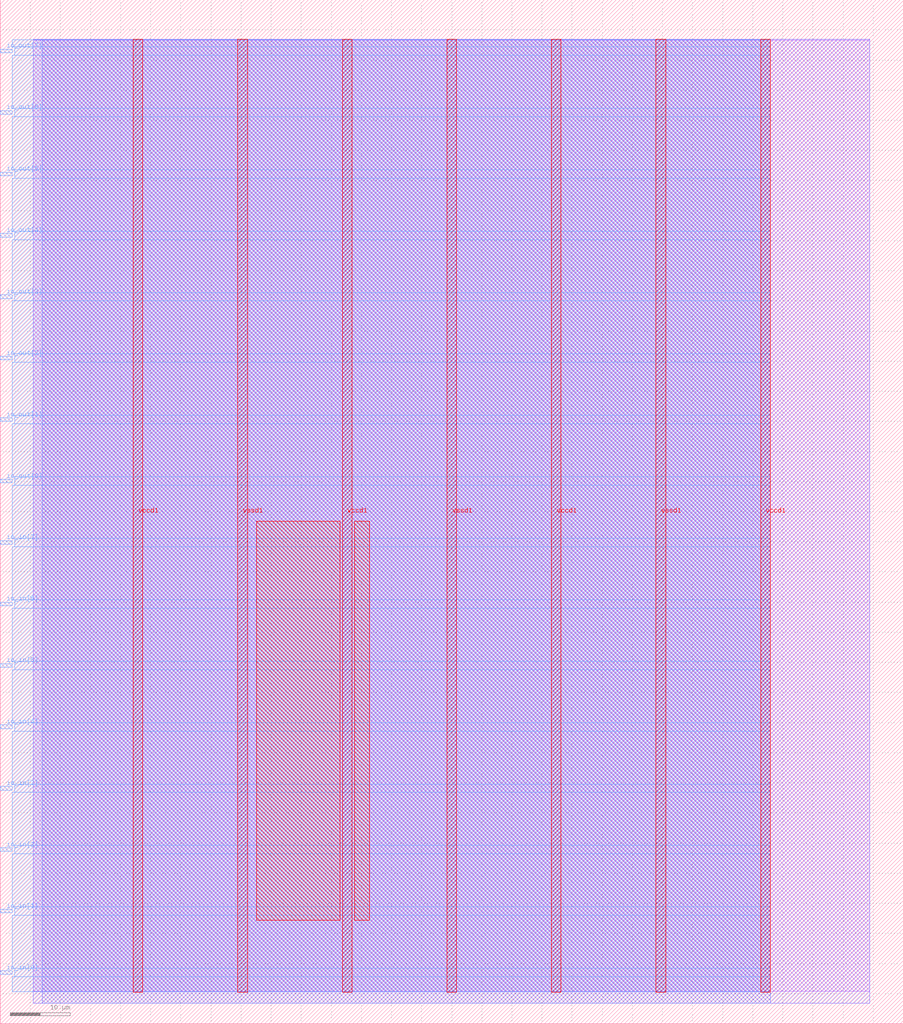
<source format=lef>
VERSION 5.7 ;
  NOWIREEXTENSIONATPIN ON ;
  DIVIDERCHAR "/" ;
  BUSBITCHARS "[]" ;
MACRO xor_shift32_evango
  CLASS BLOCK ;
  FOREIGN xor_shift32_evango ;
  ORIGIN 0.000 0.000 ;
  SIZE 150.000 BY 170.000 ;
  PIN io_in[0]
    DIRECTION INPUT ;
    USE SIGNAL ;
    PORT
      LAYER met3 ;
        RECT 0.000 8.200 2.000 8.800 ;
    END
  END io_in[0]
  PIN io_in[1]
    DIRECTION INPUT ;
    USE SIGNAL ;
    PORT
      LAYER met3 ;
        RECT 0.000 18.400 2.000 19.000 ;
    END
  END io_in[1]
  PIN io_in[2]
    DIRECTION INPUT ;
    USE SIGNAL ;
    PORT
      LAYER met3 ;
        RECT 0.000 28.600 2.000 29.200 ;
    END
  END io_in[2]
  PIN io_in[3]
    DIRECTION INPUT ;
    USE SIGNAL ;
    PORT
      LAYER met3 ;
        RECT 0.000 38.800 2.000 39.400 ;
    END
  END io_in[3]
  PIN io_in[4]
    DIRECTION INPUT ;
    USE SIGNAL ;
    PORT
      LAYER met3 ;
        RECT 0.000 49.000 2.000 49.600 ;
    END
  END io_in[4]
  PIN io_in[5]
    DIRECTION INPUT ;
    USE SIGNAL ;
    PORT
      LAYER met3 ;
        RECT 0.000 59.200 2.000 59.800 ;
    END
  END io_in[5]
  PIN io_in[6]
    DIRECTION INPUT ;
    USE SIGNAL ;
    PORT
      LAYER met3 ;
        RECT 0.000 69.400 2.000 70.000 ;
    END
  END io_in[6]
  PIN io_in[7]
    DIRECTION INPUT ;
    USE SIGNAL ;
    PORT
      LAYER met3 ;
        RECT 0.000 79.600 2.000 80.200 ;
    END
  END io_in[7]
  PIN io_out[0]
    DIRECTION OUTPUT TRISTATE ;
    USE SIGNAL ;
    PORT
      LAYER met3 ;
        RECT 0.000 89.800 2.000 90.400 ;
    END
  END io_out[0]
  PIN io_out[1]
    DIRECTION OUTPUT TRISTATE ;
    USE SIGNAL ;
    PORT
      LAYER met3 ;
        RECT 0.000 100.000 2.000 100.600 ;
    END
  END io_out[1]
  PIN io_out[2]
    DIRECTION OUTPUT TRISTATE ;
    USE SIGNAL ;
    PORT
      LAYER met3 ;
        RECT 0.000 110.200 2.000 110.800 ;
    END
  END io_out[2]
  PIN io_out[3]
    DIRECTION OUTPUT TRISTATE ;
    USE SIGNAL ;
    PORT
      LAYER met3 ;
        RECT 0.000 120.400 2.000 121.000 ;
    END
  END io_out[3]
  PIN io_out[4]
    DIRECTION OUTPUT TRISTATE ;
    USE SIGNAL ;
    PORT
      LAYER met3 ;
        RECT 0.000 130.600 2.000 131.200 ;
    END
  END io_out[4]
  PIN io_out[5]
    DIRECTION OUTPUT TRISTATE ;
    USE SIGNAL ;
    PORT
      LAYER met3 ;
        RECT 0.000 140.800 2.000 141.400 ;
    END
  END io_out[5]
  PIN io_out[6]
    DIRECTION OUTPUT TRISTATE ;
    USE SIGNAL ;
    PORT
      LAYER met3 ;
        RECT 0.000 151.000 2.000 151.600 ;
    END
  END io_out[6]
  PIN io_out[7]
    DIRECTION OUTPUT TRISTATE ;
    USE SIGNAL ;
    PORT
      LAYER met3 ;
        RECT 0.000 161.200 2.000 161.800 ;
    END
  END io_out[7]
  PIN vccd1
    DIRECTION INOUT ;
    USE POWER ;
    PORT
      LAYER met4 ;
        RECT 22.090 5.200 23.690 163.440 ;
    END
    PORT
      LAYER met4 ;
        RECT 56.830 5.200 58.430 163.440 ;
    END
    PORT
      LAYER met4 ;
        RECT 91.570 5.200 93.170 163.440 ;
    END
    PORT
      LAYER met4 ;
        RECT 126.310 5.200 127.910 163.440 ;
    END
  END vccd1
  PIN vssd1
    DIRECTION INOUT ;
    USE GROUND ;
    PORT
      LAYER met4 ;
        RECT 39.460 5.200 41.060 163.440 ;
    END
    PORT
      LAYER met4 ;
        RECT 74.200 5.200 75.800 163.440 ;
    END
    PORT
      LAYER met4 ;
        RECT 108.940 5.200 110.540 163.440 ;
    END
  END vssd1
  OBS
      LAYER li1 ;
        RECT 5.520 5.355 144.440 163.285 ;
      LAYER met1 ;
        RECT 5.520 3.440 144.440 163.440 ;
      LAYER met2 ;
        RECT 6.990 3.410 127.880 163.385 ;
      LAYER met3 ;
        RECT 2.000 162.200 127.900 163.365 ;
        RECT 2.400 160.800 127.900 162.200 ;
        RECT 2.000 152.000 127.900 160.800 ;
        RECT 2.400 150.600 127.900 152.000 ;
        RECT 2.000 141.800 127.900 150.600 ;
        RECT 2.400 140.400 127.900 141.800 ;
        RECT 2.000 131.600 127.900 140.400 ;
        RECT 2.400 130.200 127.900 131.600 ;
        RECT 2.000 121.400 127.900 130.200 ;
        RECT 2.400 120.000 127.900 121.400 ;
        RECT 2.000 111.200 127.900 120.000 ;
        RECT 2.400 109.800 127.900 111.200 ;
        RECT 2.000 101.000 127.900 109.800 ;
        RECT 2.400 99.600 127.900 101.000 ;
        RECT 2.000 90.800 127.900 99.600 ;
        RECT 2.400 89.400 127.900 90.800 ;
        RECT 2.000 80.600 127.900 89.400 ;
        RECT 2.400 79.200 127.900 80.600 ;
        RECT 2.000 70.400 127.900 79.200 ;
        RECT 2.400 69.000 127.900 70.400 ;
        RECT 2.000 60.200 127.900 69.000 ;
        RECT 2.400 58.800 127.900 60.200 ;
        RECT 2.000 50.000 127.900 58.800 ;
        RECT 2.400 48.600 127.900 50.000 ;
        RECT 2.000 39.800 127.900 48.600 ;
        RECT 2.400 38.400 127.900 39.800 ;
        RECT 2.000 29.600 127.900 38.400 ;
        RECT 2.400 28.200 127.900 29.600 ;
        RECT 2.000 19.400 127.900 28.200 ;
        RECT 2.400 18.000 127.900 19.400 ;
        RECT 2.000 9.200 127.900 18.000 ;
        RECT 2.400 7.800 127.900 9.200 ;
        RECT 2.000 5.275 127.900 7.800 ;
      LAYER met4 ;
        RECT 42.615 17.175 56.430 83.465 ;
        RECT 58.830 17.175 61.345 83.465 ;
  END
END xor_shift32_evango
END LIBRARY


</source>
